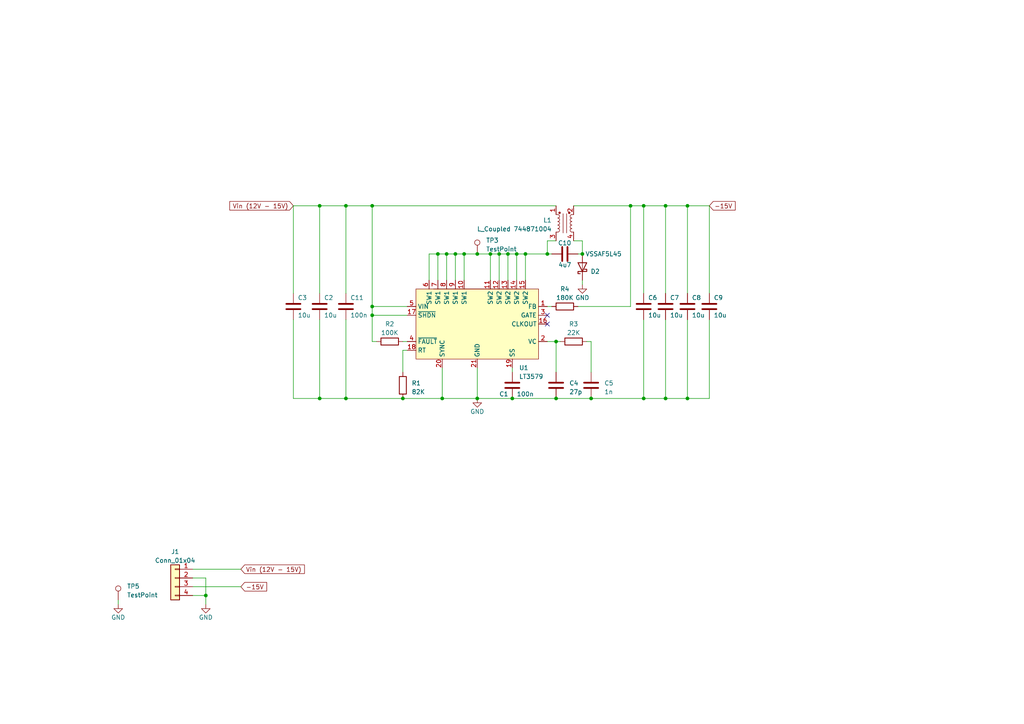
<source format=kicad_sch>
(kicad_sch (version 20230121) (generator eeschema)
  (paper "A4")
  (lib_symbols
    (symbol "Audio_DSP:LT3579"
      (property "Reference" "U" (at 0 1.27 0))
      (property "Value" "LT3579" (at 0 -12.7 0))
      (symbol "LT3579_0_1"
        (rectangle (start -12.7 -2.54) (end 12.7 -2.54))
      )
      (symbol "LT3579_1_1"
        (rectangle (start -17.78 -2.54) (end 17.78 -22.86) (fill (type background)))
        (pin input line (at 20.32 -7.62 180) (length 2.54) (name "FB") (number "1"))
        (pin output line (at -3.81 0 270) (length 2.54) (name "SW1") (number "10"))
        (pin output line (at 3.81 0 270) (length 2.54) (name "SW2") (number "11"))
        (pin output line (at 6.35 0 270) (length 2.54) (name "SW2") (number "12"))
        (pin output line (at 8.89 0 270) (length 2.54) (name "SW2") (number "13"))
        (pin output line (at 11.43 0 270) (length 2.54) (name "SW2") (number "14"))
        (pin output line (at 13.97 0 270) (length 2.54) (name "SW2") (number "15"))
        (pin output line (at 20.32 -12.7 180) (length 2.54) (name "CLKOUT") (number "16"))
        (pin input line (at -20.32 -10.16 0) (length 2.54) (name "~{SHDN}") (number "17"))
        (pin input line (at -20.32 -20.32 0) (length 2.54) (name "RT") (number "18"))
        (pin input line (at 10.16 -25.4 90) (length 2.54) (name "SS") (number "19"))
        (pin input line (at 20.32 -17.78 180) (length 2.54) (name "VC") (number "2"))
        (pin input line (at -10.16 -25.4 90) (length 2.54) (name "SYNC") (number "20"))
        (pin input line (at 0 -25.4 90) (length 2.54) (name "GND") (number "21"))
        (pin output line (at 20.32 -10.16 180) (length 2.54) (name "GATE") (number "3"))
        (pin input line (at -20.32 -17.78 0) (length 2.54) (name "~{FAULT}") (number "4"))
        (pin input line (at -20.32 -7.62 0) (length 2.54) (name "VIN") (number "5"))
        (pin output line (at -13.97 0 270) (length 2.54) (name "SW1") (number "6"))
        (pin output line (at -11.43 0 270) (length 2.54) (name "SW1") (number "7"))
        (pin output line (at -8.89 0 270) (length 2.54) (name "SW1") (number "8"))
        (pin output line (at -6.35 0 270) (length 2.54) (name "SW1") (number "9"))
      )
    )
    (symbol "Audio_DSP:L_Coupled 744871004" (pin_names (offset 0.254) hide)
      (property "Reference" "L1" (at -0.889 7.0612 0))
      (property "Value" "L_Coupled 744871004" (at -8.8138 9.6012 0))
      (symbol "L_Coupled 744871004_0_1"
        (circle (center -3.048 -1.27) (radius 0.254) (fill (type outline)))
        (circle (center -3.048 1.524) (radius 0.254) (fill (type outline)))
        (arc (start -2.54 2.032) (mid -2.032 1.5262) (end -1.524 2.032))
        (arc (start -1.524 -2.032) (mid -2.032 -1.5262) (end -2.54 -2.032))
        (arc (start -1.524 2.032) (mid -1.016 1.5262) (end -0.508 2.032))
        (arc (start -0.508 -2.032) (mid -1.016 -1.5262) (end -1.524 -2.032))
        (arc (start -0.508 2.032) (mid 0 1.5262) (end 0.508 2.032))
        (polyline (pts (xy -2.794 -0.508) (xy 2.794 -0.508)))
        (polyline (pts (xy -2.794 0.508) (xy 2.794 0.508)))
        (polyline (pts (xy -2.54 -2.032) (xy -2.54 -2.54)))
        (polyline (pts (xy -2.54 2.032) (xy -2.54 2.54)))
        (polyline (pts (xy 2.54 -2.032) (xy 2.54 -2.54)))
        (polyline (pts (xy 2.54 2.54) (xy 2.54 2.032)))
        (arc (start 0.508 -2.032) (mid 0 -1.5262) (end -0.508 -2.032))
        (arc (start 0.508 2.032) (mid 1.016 1.5262) (end 1.524 2.032))
        (arc (start 1.524 -2.032) (mid 1.016 -1.5262) (end 0.508 -2.032))
        (arc (start 1.524 2.032) (mid 2.032 1.5262) (end 2.54 2.032))
        (arc (start 2.54 -2.032) (mid 2.032 -1.5262) (end 1.524 -2.032))
      )
      (symbol "L_Coupled 744871004_1_1"
        (pin passive line (at -5.08 2.54 0) (length 2.54) (name "1") (number "1"))
        (pin passive line (at -5.08 -2.54 0) (length 2.54) (name "2") (number "2"))
        (pin passive line (at 5.08 2.54 180) (length 2.54) (name "3") (number "3"))
        (pin passive line (at 5.08 -2.54 180) (length 2.54) (name "4") (number "4"))
      )
    )
    (symbol "Connector:TestPoint" (pin_numbers hide) (pin_names (offset 0.762) hide)
      (property "Reference" "TP" (at 0 6.858 0))
      (property "Value" "TestPoint" (at 0 5.08 0))
      (symbol "TestPoint_0_1"
        (circle (center 0 3.302) (radius 0.762))
      )
      (symbol "TestPoint_1_1"
        (pin passive line (at 0 0 90) (length 2.54) (name "1") (number "1"))
      )
    )
    (symbol "Connector_Generic:Conn_01x04" (pin_names (offset 1.016) hide)
      (property "Reference" "J" (at 0 5.08 0))
      (property "Value" "Conn_01x04" (at 0 -7.62 0))
      (symbol "Conn_01x04_1_1"
        (rectangle (start -1.27 -4.953) (end 0 -5.207) (stroke (width 0.1524)))
        (rectangle (start -1.27 -2.413) (end 0 -2.667) (stroke (width 0.1524)))
        (rectangle (start -1.27 0.127) (end 0 -0.127) (stroke (width 0.1524)))
        (rectangle (start -1.27 2.667) (end 0 2.413) (stroke (width 0.1524)))
        (rectangle (start -1.27 3.81) (end 1.27 -6.35) (stroke (width 0.254)) (fill (type background)))
        (pin passive line (at -5.08 2.54 0) (length 3.81) (name "Pin_1") (number "1"))
        (pin passive line (at -5.08 0 0) (length 3.81) (name "Pin_2") (number "2"))
        (pin passive line (at -5.08 -2.54 0) (length 3.81) (name "Pin_3") (number "3"))
        (pin passive line (at -5.08 -5.08 0) (length 3.81) (name "Pin_4") (number "4"))
      )
    )
    (symbol "Device:C" (pin_numbers hide) (pin_names (offset 0.254))
      (property "Reference" "C" (at 0.635 2.54 0))
      (property "Value" "C" (at 0.635 -2.54 0))
      (symbol "C_0_1"
        (polyline (pts (xy -2.032 -0.762) (xy 2.032 -0.762)) (stroke (width 0.508)))
        (polyline (pts (xy -2.032 0.762) (xy 2.032 0.762)) (stroke (width 0.508)))
      )
      (symbol "C_1_1"
        (pin passive line (at 0 3.81 270) (length 2.794) (name "~") (number "1"))
        (pin passive line (at 0 -3.81 90) (length 2.794) (name "~") (number "2"))
      )
    )
    (symbol "Device:D_Schottky" (pin_numbers hide) (pin_names (offset 1.016) hide)
      (property "Reference" "D" (at 0 2.54 0))
      (property "Value" "D_Schottky" (at 0 -2.54 0))
      (symbol "D_Schottky_0_1"
        (polyline (pts (xy 1.27 0) (xy -1.27 0)))
        (polyline (pts (xy 1.27 1.27) (xy 1.27 -1.27) (xy -1.27 0) (xy 1.27 1.27)) (stroke (width 0.254)))
        (polyline (pts (xy -1.905 0.635) (xy -1.905 1.27) (xy -1.27 1.27) (xy -1.27 -1.27) (xy -0.635 -1.27) (xy -0.635 -0.635)) (stroke (width 0.254)))
      )
      (symbol "D_Schottky_1_1"
        (pin passive line (at -3.81 0 0) (length 2.54) (name "K") (number "1"))
        (pin passive line (at 3.81 0 180) (length 2.54) (name "A") (number "2"))
      )
    )
    (symbol "Device:R" (pin_numbers hide) (pin_names (offset 0))
      (property "Reference" "R" (at 2.032 0 90))
      (property "Value" "R" (at 0 0 90))
      (symbol "R_0_1"
        (rectangle (start -1.016 -2.54) (end 1.016 2.54) (stroke (width 0.254)))
      )
      (symbol "R_1_1"
        (pin passive line (at 0 3.81 270) (length 1.27) (name "~") (number "1"))
        (pin passive line (at 0 -3.81 90) (length 1.27) (name "~") (number "2"))
      )
    )
    (symbol "power:GND" (power) (pin_names (offset 0))
      (property "Value" "GND" (at 0 -3.81 0))
      (symbol "GND_0_1"
        (polyline (pts (xy 0 0) (xy 0 -1.27) (xy 1.27 -1.27) (xy 0 -2.54) (xy -1.27 -1.27) (xy 0 -1.27)))
      )
      (symbol "GND_1_1"
        (pin power_in line (at 0 0 270) (length 0) hide (name "GND") (number "1"))
      )
    )
  )
  (junction (at 168.91 73.66))
  (junction (at 107.95 88.9))
  (junction (at 182.88 59.69))
  (junction (at 144.78 73.66))
  (junction (at 148.59 115.57))
  (junction (at 128.27 115.57))
  (junction (at 161.29 99.06))
  (junction (at 199.39 115.57))
  (junction (at 193.04 59.69))
  (junction (at 129.54 73.66))
  (junction (at 186.69 59.69))
  (junction (at 116.84 115.57))
  (junction (at 158.75 73.66))
  (junction (at 100.33 59.69))
  (junction (at 161.29 115.57))
  (junction (at 127 73.66))
  (junction (at 92.71 59.69))
  (junction (at 142.24 73.66))
  (junction (at 199.39 59.69))
  (junction (at 193.04 115.57))
  (junction (at 134.62 73.66))
  (junction (at 149.86 73.66))
  (junction (at 59.69 172.72))
  (junction (at 152.4 73.66))
  (junction (at 186.69 115.57))
  (junction (at 171.45 115.57))
  (junction (at 107.95 91.44))
  (junction (at 147.32 73.66))
  (junction (at 138.43 73.66))
  (junction (at 100.33 115.57))
  (junction (at 138.43 115.57))
  (junction (at 132.08 73.66))
  (junction (at 107.95 59.69))
  (junction (at 92.71 115.57))
  (no_connect (at 158.75 93.98))
  (no_connect (at 158.75 91.44))
  (wire (pts (xy 124.46 81.28) (xy 124.46 73.66)))
  (wire (pts (xy 186.69 92.71) (xy 186.69 115.57)))
  (wire (pts (xy 161.29 115.57) (xy 171.45 115.57)))
  (wire (pts (xy 100.33 59.69) (xy 107.95 59.69)))
  (wire (pts (xy 132.08 73.66) (xy 134.62 73.66)))
  (wire (pts (xy 182.88 59.69) (xy 182.88 88.9)))
  (wire (pts (xy 59.69 172.72) (xy 59.69 175.26)))
  (wire (pts (xy 193.04 59.69) (xy 199.39 59.69)))
  (wire (pts (xy 34.29 175.26) (xy 34.29 173.99)))
  (wire (pts (xy 186.69 59.69) (xy 193.04 59.69)))
  (wire (pts (xy 144.78 73.66) (xy 147.32 73.66)))
  (wire (pts (xy 193.04 115.57) (xy 186.69 115.57)))
  (wire (pts (xy 55.88 172.72) (xy 59.69 172.72)))
  (wire (pts (xy 193.04 92.71) (xy 193.04 115.57)))
  (wire (pts (xy 116.84 115.57) (xy 128.27 115.57)))
  (wire (pts (xy 149.86 73.66) (xy 149.86 81.28)))
  (wire (pts (xy 158.75 73.66) (xy 160.02 73.66)))
  (wire (pts (xy 138.43 106.68) (xy 138.43 115.57)))
  (wire (pts (xy 100.33 92.71) (xy 100.33 115.57)))
  (wire (pts (xy 148.59 106.68) (xy 148.59 107.95)))
  (wire (pts (xy 107.95 59.69) (xy 161.29 59.69)))
  (wire (pts (xy 149.86 73.66) (xy 152.4 73.66)))
  (wire (pts (xy 147.32 73.66) (xy 147.32 81.28)))
  (wire (pts (xy 205.74 59.69) (xy 205.74 85.09)))
  (wire (pts (xy 147.32 73.66) (xy 149.86 73.66)))
  (wire (pts (xy 127 73.66) (xy 129.54 73.66)))
  (wire (pts (xy 85.09 59.69) (xy 85.09 85.09)))
  (wire (pts (xy 92.71 59.69) (xy 100.33 59.69)))
  (wire (pts (xy 166.37 59.69) (xy 182.88 59.69)))
  (wire (pts (xy 138.43 115.57) (xy 148.59 115.57)))
  (wire (pts (xy 168.91 69.85) (xy 168.91 73.66)))
  (wire (pts (xy 134.62 73.66) (xy 134.62 81.28)))
  (wire (pts (xy 168.91 81.28) (xy 168.91 82.55)))
  (wire (pts (xy 129.54 73.66) (xy 129.54 81.28)))
  (wire (pts (xy 167.64 73.66) (xy 168.91 73.66)))
  (wire (pts (xy 55.88 165.1) (xy 69.85 165.1)))
  (wire (pts (xy 170.18 99.06) (xy 171.45 99.06)))
  (wire (pts (xy 205.74 115.57) (xy 199.39 115.57)))
  (wire (pts (xy 92.71 115.57) (xy 100.33 115.57)))
  (wire (pts (xy 55.88 167.64) (xy 59.69 167.64)))
  (wire (pts (xy 85.09 92.71) (xy 85.09 115.57)))
  (wire (pts (xy 109.22 99.06) (xy 107.95 99.06)))
  (wire (pts (xy 199.39 59.69) (xy 205.74 59.69)))
  (wire (pts (xy 85.09 59.69) (xy 92.71 59.69)))
  (wire (pts (xy 129.54 73.66) (xy 132.08 73.66)))
  (wire (pts (xy 161.29 99.06) (xy 162.56 99.06)))
  (wire (pts (xy 85.09 115.57) (xy 92.71 115.57)))
  (wire (pts (xy 132.08 73.66) (xy 132.08 81.28)))
  (wire (pts (xy 152.4 73.66) (xy 158.75 73.66)))
  (wire (pts (xy 134.62 73.66) (xy 138.43 73.66)))
  (wire (pts (xy 138.43 73.66) (xy 142.24 73.66)))
  (wire (pts (xy 171.45 99.06) (xy 171.45 107.95)))
  (wire (pts (xy 128.27 115.57) (xy 138.43 115.57)))
  (wire (pts (xy 199.39 115.57) (xy 193.04 115.57)))
  (wire (pts (xy 116.84 99.06) (xy 118.11 99.06)))
  (wire (pts (xy 116.84 101.6) (xy 118.11 101.6)))
  (wire (pts (xy 199.39 92.71) (xy 199.39 115.57)))
  (wire (pts (xy 152.4 73.66) (xy 152.4 81.28)))
  (wire (pts (xy 161.29 69.85) (xy 158.75 69.85)))
  (wire (pts (xy 182.88 59.69) (xy 186.69 59.69)))
  (wire (pts (xy 127 81.28) (xy 127 73.66)))
  (wire (pts (xy 59.69 167.64) (xy 59.69 172.72)))
  (wire (pts (xy 128.27 106.68) (xy 128.27 115.57)))
  (wire (pts (xy 161.29 99.06) (xy 161.29 107.95)))
  (wire (pts (xy 193.04 59.69) (xy 193.04 85.09)))
  (wire (pts (xy 107.95 59.69) (xy 107.95 88.9)))
  (wire (pts (xy 205.74 92.71) (xy 205.74 115.57)))
  (wire (pts (xy 166.37 69.85) (xy 168.91 69.85)))
  (wire (pts (xy 158.75 99.06) (xy 161.29 99.06)))
  (wire (pts (xy 171.45 115.57) (xy 186.69 115.57)))
  (wire (pts (xy 158.75 69.85) (xy 158.75 73.66)))
  (wire (pts (xy 107.95 88.9) (xy 107.95 91.44)))
  (wire (pts (xy 92.71 92.71) (xy 92.71 115.57)))
  (wire (pts (xy 55.88 170.18) (xy 69.85 170.18)))
  (wire (pts (xy 92.71 59.69) (xy 92.71 85.09)))
  (wire (pts (xy 107.95 88.9) (xy 118.11 88.9)))
  (wire (pts (xy 199.39 59.69) (xy 199.39 85.09)))
  (wire (pts (xy 144.78 73.66) (xy 144.78 81.28)))
  (wire (pts (xy 107.95 91.44) (xy 118.11 91.44)))
  (wire (pts (xy 100.33 115.57) (xy 116.84 115.57)))
  (wire (pts (xy 124.46 73.66) (xy 127 73.66)))
  (wire (pts (xy 100.33 59.69) (xy 100.33 85.09)))
  (wire (pts (xy 142.24 73.66) (xy 142.24 81.28)))
  (wire (pts (xy 107.95 91.44) (xy 107.95 99.06)))
  (wire (pts (xy 167.64 88.9) (xy 182.88 88.9)))
  (wire (pts (xy 148.59 115.57) (xy 161.29 115.57)))
  (wire (pts (xy 158.75 88.9) (xy 160.02 88.9)))
  (wire (pts (xy 186.69 59.69) (xy 186.69 85.09)))
  (wire (pts (xy 116.84 101.6) (xy 116.84 107.95)))
  (wire (pts (xy 142.24 73.66) (xy 144.78 73.66)))
  (global_label "-15V" (shape input) (at 205.74 59.69 0) (property "Intersheetrefs" "${INTERSHEET_REFS}" (effects hide)))
  (global_label "Vin (12V - 15V)" (shape input) (at 69.85 165.1 0) (property "Intersheetrefs" "${INTERSHEET_REFS}" (effects hide)))
  (global_label "Vin (12V - 15V)" (shape input) (at 85.09 59.69 180) (property "Intersheetrefs" "${INTERSHEET_REFS}" (effects hide)))
  (global_label "-15V" (shape input) (at 69.85 170.18 0) (property "Intersheetrefs" "${INTERSHEET_REFS}" (effects hide)))
  (symbol (lib_id "Connector:TestPoint") (at 34.29 173.99 0) (unit 1)
    (property "Reference" "TP5" (at 36.83 170.053 0) (effects (justify left)))
    (property "Value" "TestPoint" (at 36.83 172.593 0) (effects (justify left)))
    (property "Footprint" "TestPoint:TestPoint_Pad_D1.0mm" (effects hide))
  )
  (symbol (lib_id "Audio_DSP:L_Coupled 744871004") (at 163.83 64.77 90) (mirror x) (unit 1)
    (property "Reference" "L1" (at 160.02 63.881 90) (effects (justify left)))
    (property "Value" "L_Coupled 744871004" (at 160.02 66.421 90) (effects (justify left)))
    (property "Footprint" "Inductor_SMD:L_Wuerth_WE-DD-Typ-L-Typ-XL-Typ-XXL" (effects hide))
    (property "Datasheet" "https://nl.mouser.com/ProductDetail/Wurth-Elektronik/744871004?qs=%252B97ACBfLqz%2FzfEzTNgisjA%3D%3D" (effects hide))
  )
  (symbol (lib_id "power:GND") (at 168.91 82.55 0) (unit 1)
    (property "Reference" "#PWR02" (effects hide))
    (property "Value" "GND" (at 168.91 86.36 0))
  )
  (symbol (lib_id "power:GND") (at 34.29 175.26 0) (unit 1)
    (property "Reference" "#PWR05" (effects hide))
    (property "Value" "GND" (at 34.29 179.07 0))
  )
  (symbol (lib_id "power:GND") (at 59.69 175.26 0) (unit 1)
    (property "Reference" "#PWR03" (effects hide))
    (property "Value" "GND" (at 59.69 179.07 0))
  )
  (symbol (lib_id "Audio_DSP:LT3579") (at 138.43 81.28 0) (unit 1)
    (property "Reference" "U1" (at 150.5459 106.68 0) (effects (justify left)))
    (property "Value" "LT3579" (at 150.5459 109.22 0) (effects (justify left)))
    (property "Footprint" "footprints:TSSOP-20-1EP_4.4x6.5mm_P0.65mm_EP2.75x3.85mm" (effects hide))
    (property "Datasheet" "https://nl.farnell.com/analog-devices/lt3579efe-1-pbf/dc-dc-conv-boost-inv-2-5mhz-125deg/dp/4024833?st=lt3579" (effects hide))
  )
  (symbol (lib_id "Device:R") (at 116.84 111.76 0) (unit 1)
    (property "Reference" "R1" (at 119.38 111.125 0) (effects (justify left)))
    (property "Value" "82K" (at 119.38 113.665 0) (effects (justify left)))
    (property "Footprint" "Resistor_SMD:R_0402_1005Metric" (effects hide))
    (property "Datasheet" "https://nl.mouser.com/ProductDetail/Vishay-Dale/CRCW040282K0FKED?qs=sGAEpiMZZMvdGkrng054txEw7b1YnvGucfstfprDpqg%3D" (effects hide))
  )
  (symbol (lib_id "Device:C") (at 171.45 111.76 0) (unit 1)
    (property "Reference" "C5" (at 175.26 111.125 0) (effects (justify left)))
    (property "Value" "1n" (at 175.26 113.665 0) (effects (justify left)))
    (property "Footprint" "Capacitor_SMD:C_0402_1005Metric" (effects hide))
    (property "Datasheet" "https://nl.mouser.com/ProductDetail/Vishay-Vitramon/VJ0402Y103KCAAC?qs=oomPkbqnLXelXtfwasgYJQ%3D%3D" (effects hide))
  )
  (symbol (lib_id "Device:R") (at 166.37 99.06 90) (unit 1)
    (property "Reference" "R3" (at 166.37 93.98 90))
    (property "Value" "22K" (at 166.37 96.52 90))
    (property "Footprint" "Resistor_SMD:R_0402_1005Metric" (effects hide))
    (property "Datasheet" "https://nl.mouser.com/ProductDetail/Vishay-Dale/CRCW040222K0FKEDC?qs=sGAEpiMZZMvdGkrng054t0DrEhLhGh8gpE5UK5Hdqj4BFyHkmjK5zQ%3D%3D" (effects hide))
  )
  (symbol (lib_id "Device:D_Schottky") (at 168.91 77.47 90) (unit 1)
    (property "Reference" "D2" (at 173.99 78.74 90) (effects (justify left)))
    (property "Value" "VSSAF5L45" (at 180.34 73.66 90) (effects (justify left)))
    (property "Footprint" "footprints:DO-221AC" (effects hide))
    (property "Datasheet" "https://nl.mouser.com/ProductDetail/Vishay-General-Semiconductor/VSSAF5L45-M3-6B?qs=Iw4yrWgHDBPeRZj%252Bi4%2FLVg%3D%3D" (effects hide))
  )
  (symbol (lib_id "Connector_Generic:Conn_01x04") (at 50.8 167.64 0) (mirror y) (unit 1)
    (property "Reference" "J1" (at 50.8 160.02 0))
    (property "Value" "Conn_01x04" (at 50.8 162.56 0))
    (property "Footprint" "Connector_PinHeader_2.54mm:PinHeader_1x04_P2.54mm_Horizontal" (effects hide))
  )
  (symbol (lib_id "Device:C") (at 186.69 88.9 0) (unit 1)
    (property "Reference" "C6" (at 187.96 86.36 0) (effects (justify left)))
    (property "Value" "10u" (at 187.96 91.44 0) (effects (justify left)))
    (property "Footprint" "Capacitor_SMD:C_1210_3225Metric" (effects hide))
    (property "Datasheet" "https://nl.mouser.com/ProductDetail/Samsung-Electro-Mechanics/CL32B106KBJNNNE?qs=349EhDEZ59rXK%2FOM74I5cg%3D%3D" (effects hide))
  )
  (symbol (lib_id "Device:C") (at 148.59 111.76 0) (unit 1)
    (property "Reference" "C1" (at 144.78 114.3 0) (effects (justify left)))
    (property "Value" "100n" (at 149.86 114.3 0) (effects (justify left)))
    (property "Footprint" "Capacitor_SMD:C_0402_1005Metric" (effects hide))
    (property "Datasheet" "https://nl.mouser.com/ProductDetail/Murata-Electronics/GRM155R71H104KE14D?qs=sGAEpiMZZMvsSlwiRhF8qkiosXznb836lYH0b0rR9OM%3D" (effects hide))
  )
  (symbol (lib_id "Device:C") (at 193.04 88.9 0) (unit 1)
    (property "Reference" "C7" (at 194.31 86.36 0) (effects (justify left)))
    (property "Value" "10u" (at 194.31 91.44 0) (effects (justify left)))
    (property "Footprint" "Capacitor_SMD:C_1210_3225Metric" (effects hide))
    (property "Datasheet" "https://nl.mouser.com/ProductDetail/Samsung-Electro-Mechanics/CL32B106KBJNNNE?qs=349EhDEZ59rXK%2FOM74I5cg%3D%3D" (effects hide))
  )
  (symbol (lib_id "Device:C") (at 163.83 73.66 90) (unit 1)
    (property "Reference" "C10" (at 165.735 70.485 90) (effects (justify left)))
    (property "Value" "4u7" (at 165.735 76.835 90) (effects (justify left)))
    (property "Footprint" "Capacitor_SMD:C_1210_3225Metric" (effects hide))
    (property "Datasheet" "https://nl.mouser.com/ProductDetail/Murata-Electronics/GCM32ER71H475KA55K?qs=pwh76yelNxAjX5VOH%2FbVKA%3D%3D" (effects hide))
  )
  (symbol (lib_id "Device:C") (at 92.71 88.9 0) (unit 1)
    (property "Reference" "C2" (at 93.98 86.36 0) (effects (justify left)))
    (property "Value" "10u" (at 93.98 91.44 0) (effects (justify left)))
    (property "Footprint" "Capacitor_SMD:C_1210_3225Metric" (effects hide))
    (property "Datasheet" "https://nl.mouser.com/ProductDetail/Samsung-Electro-Mechanics/CL32B106KBJNNNE?qs=349EhDEZ59rXK%2FOM74I5cg%3D%3D" (effects hide))
  )
  (symbol (lib_id "Device:R") (at 113.03 99.06 90) (unit 1)
    (property "Reference" "R2" (at 113.03 93.98 90))
    (property "Value" "100K" (at 113.03 96.52 90))
    (property "Footprint" "Resistor_SMD:R_0402_1005Metric" (effects hide))
    (property "Datasheet" "https://nl.mouser.com/ProductDetail/Vishay-Dale/RCC0402100KFKED?qs=sGAEpiMZZMvdGkrng054twKDKoBh%252Bscn2xYEEnEHg2AJnkANpMJBfw%3D%3D" (effects hide))
  )
  (symbol (lib_id "Device:C") (at 85.09 88.9 0) (unit 1)
    (property "Reference" "C3" (at 86.36 86.36 0) (effects (justify left)))
    (property "Value" "10u" (at 86.36 91.44 0) (effects (justify left)))
    (property "Footprint" "Capacitor_SMD:C_1210_3225Metric" (effects hide))
    (property "Datasheet" "https://nl.mouser.com/ProductDetail/Samsung-Electro-Mechanics/CL32B106KBJNNNE?qs=349EhDEZ59rXK%2FOM74I5cg%3D%3D" (effects hide))
  )
  (symbol (lib_id "Device:C") (at 161.29 111.76 0) (unit 1)
    (property "Reference" "C4" (at 165.1 111.125 0) (effects (justify left)))
    (property "Value" "27p" (at 165.1 113.665 0) (effects (justify left)))
    (property "Footprint" "Capacitor_SMD:C_0402_1005Metric" (effects hide))
    (property "Datasheet" "https://nl.mouser.com/ProductDetail/Vishay-Vitramon/VJ0402A270JXQPW1BC?qs=t%2Fk8jExiEqtDPHZDOMrr6Q%3D%3D" (effects hide))
  )
  (symbol (lib_id "Device:C") (at 100.33 88.9 0) (unit 1)
    (property "Reference" "C11" (at 101.6 86.36 0) (effects (justify left)))
    (property "Value" "100n" (at 101.6 91.44 0) (effects (justify left)))
    (property "Footprint" "Capacitor_SMD:C_0402_1005Metric" (effects hide))
    (property "Datasheet" "https://nl.mouser.com/ProductDetail/Murata-Electronics/GRM155R71H104KE14D?qs=sGAEpiMZZMvsSlwiRhF8qkiosXznb836lYH0b0rR9OM%3D" (effects hide))
  )
  (symbol (lib_id "Device:C") (at 199.39 88.9 0) (unit 1)
    (property "Reference" "C8" (at 200.66 86.36 0) (effects (justify left)))
    (property "Value" "10u" (at 200.66 91.44 0) (effects (justify left)))
    (property "Footprint" "Capacitor_SMD:C_1210_3225Metric" (effects hide))
    (property "Datasheet" "https://nl.mouser.com/ProductDetail/Samsung-Electro-Mechanics/CL32B106KBJNNNE?qs=349EhDEZ59rXK%2FOM74I5cg%3D%3D" (effects hide))
  )
  (symbol (lib_id "Device:C") (at 205.74 88.9 0) (unit 1)
    (property "Reference" "C9" (at 207.01 86.36 0) (effects (justify left)))
    (property "Value" "10u" (at 207.01 91.44 0) (effects (justify left)))
    (property "Footprint" "Capacitor_SMD:C_1210_3225Metric" (effects hide))
    (property "Datasheet" "https://nl.mouser.com/ProductDetail/Samsung-Electro-Mechanics/CL32B106KBJNNNE?qs=349EhDEZ59rXK%2FOM74I5cg%3D%3D" (effects hide))
  )
  (symbol (lib_id "Device:R") (at 163.83 88.9 90) (unit 1)
    (property "Reference" "R4" (at 163.83 83.82 90))
    (property "Value" "180K" (at 163.83 86.36 90))
    (property "Footprint" "Resistor_SMD:R_0402_1005Metric" (effects hide))
    (property "Datasheet" "https://nl.mouser.com/ProductDetail/Vishay-Dale/CRCW0402180KFKED?qs=sGAEpiMZZMvdGkrng054txEw7b1YnvGuuDIU0SmJOkI%3D" (effects hide))
  )
  (symbol (lib_id "power:GND") (at 138.43 115.57 0) (unit 1)
    (property "Reference" "#PWR01" (effects hide))
    (property "Value" "GND" (at 138.43 119.38 0))
  )
  (symbol (lib_id "Connector:TestPoint") (at 138.43 73.66 0) (unit 1)
    (property "Reference" "TP3" (at 140.97 69.723 0) (effects (justify left)))
    (property "Value" "TestPoint" (at 140.97 72.263 0) (effects (justify left)))
    (property "Footprint" "TestPoint:TestPoint_Pad_D1.0mm" (effects hide))
  )
)
</source>
